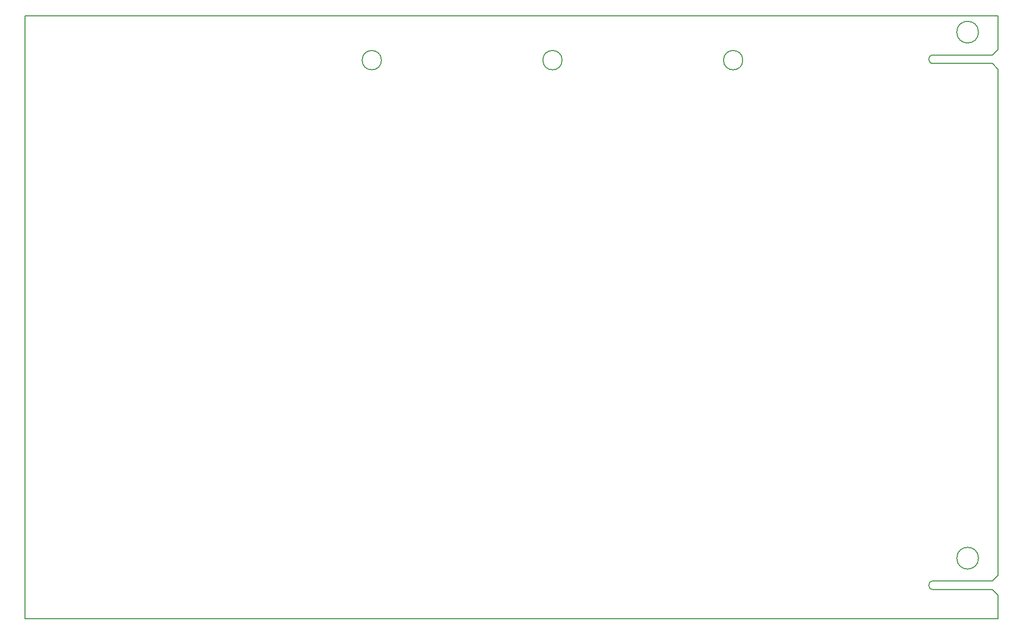
<source format=gbr>
G04 #@! TF.GenerationSoftware,KiCad,Pcbnew,5.1.9+dfsg1-1~bpo10+1*
G04 #@! TF.CreationDate,2022-11-18T19:31:00+01:00*
G04 #@! TF.ProjectId,nubus-to-ztex,6e756275-732d-4746-9f2d-7a7465782e6b,rev?*
G04 #@! TF.SameCoordinates,Original*
G04 #@! TF.FileFunction,Profile,NP*
%FSLAX46Y46*%
G04 Gerber Fmt 4.6, Leading zero omitted, Abs format (unit mm)*
G04 Created by KiCad (PCBNEW 5.1.9+dfsg1-1~bpo10+1) date 2022-11-18 19:31:00*
%MOMM*%
%LPD*%
G01*
G04 APERTURE LIST*
G04 #@! TA.AperFunction,Profile*
%ADD10C,0.150000*%
G04 #@! TD*
G04 #@! TA.AperFunction,Profile*
%ADD11C,0.200000*%
G04 #@! TD*
G04 APERTURE END LIST*
D10*
X262500000Y-13030000D02*
G75*
G02*
X262500000Y-11630000I0J700000D01*
G01*
X262500000Y-100280000D02*
G75*
G02*
X262500000Y-98880000I0J700000D01*
G01*
X270060000Y-7830000D02*
G75*
G03*
X270060000Y-7830000I-1800000J0D01*
G01*
X273330000Y-5100000D02*
X273330000Y-10680000D01*
X272380000Y-13030000D02*
X262500000Y-13030000D01*
X272380000Y-11630000D02*
X273330000Y-10680000D01*
X272380000Y-11630000D02*
X262500000Y-11630000D01*
X272380000Y-13030000D02*
X273330000Y-13980000D01*
X273330000Y-105080000D02*
X273330000Y-101230000D01*
X272380000Y-100280000D02*
X273330000Y-101230000D01*
X272380000Y-98880000D02*
X273330000Y-97930000D01*
X272380000Y-98880000D02*
X262500000Y-98880000D01*
X272380000Y-100280000D02*
X262500000Y-100280000D01*
D11*
X170930000Y-12480000D02*
G75*
G03*
X170930000Y-12480000I-1600000J0D01*
G01*
X200930000Y-12480000D02*
G75*
G03*
X200930000Y-12480000I-1600000J0D01*
G01*
D10*
X273330000Y-97930000D02*
X273330000Y-13980000D01*
D11*
X230930000Y-12480000D02*
G75*
G03*
X230930000Y-12480000I-1600000J0D01*
G01*
X270060000Y-95080000D02*
G75*
G03*
X270060000Y-95080000I-1800000J0D01*
G01*
D10*
X111730000Y-5100000D02*
X111730000Y-105080000D01*
X111730000Y-5100000D02*
X273330000Y-5100000D01*
X111730000Y-105080000D02*
X273330000Y-105080000D01*
M02*

</source>
